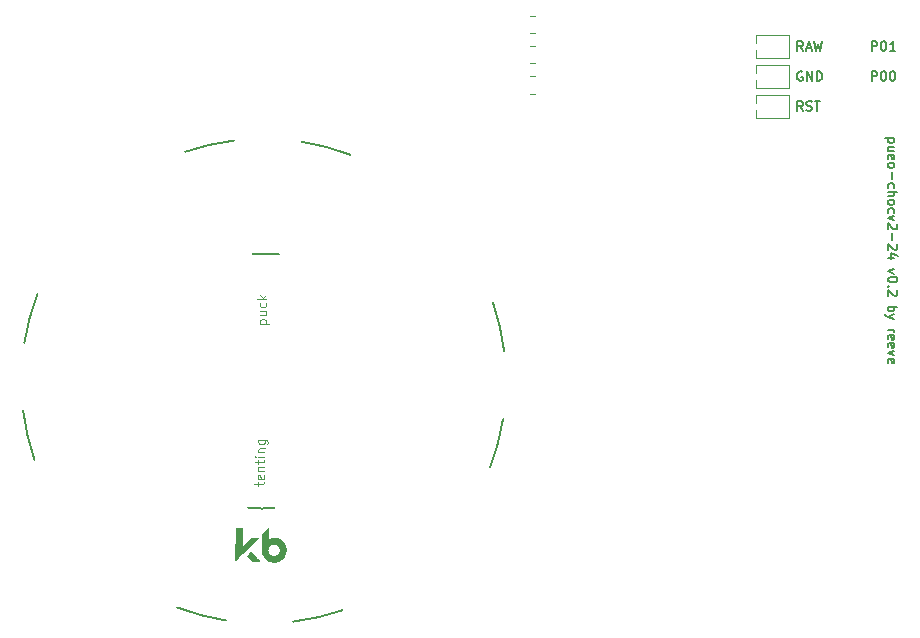
<source format=gbr>
%TF.GenerationSoftware,KiCad,Pcbnew,8.0.6-1.fc41*%
%TF.CreationDate,2024-12-09T10:01:21+11:00*%
%TF.ProjectId,pueo-mx-spaced,7075656f-2d6d-4782-9d73-70616365642e,0.1*%
%TF.SameCoordinates,Original*%
%TF.FileFunction,Legend,Top*%
%TF.FilePolarity,Positive*%
%FSLAX46Y46*%
G04 Gerber Fmt 4.6, Leading zero omitted, Abs format (unit mm)*
G04 Created by KiCad (PCBNEW 8.0.6-1.fc41) date 2024-12-09 10:01:21*
%MOMM*%
%LPD*%
G01*
G04 APERTURE LIST*
%ADD10C,0.150000*%
%ADD11C,0.100000*%
%ADD12C,0.120000*%
%ADD13C,0.200000*%
%ADD14C,0.010000*%
G04 APERTURE END LIST*
D10*
X198614948Y-67889160D02*
X197814948Y-67889160D01*
X198576852Y-67889160D02*
X198614948Y-67965350D01*
X198614948Y-67965350D02*
X198614948Y-68117731D01*
X198614948Y-68117731D02*
X198576852Y-68193922D01*
X198576852Y-68193922D02*
X198538757Y-68232017D01*
X198538757Y-68232017D02*
X198462567Y-68270112D01*
X198462567Y-68270112D02*
X198233995Y-68270112D01*
X198233995Y-68270112D02*
X198157805Y-68232017D01*
X198157805Y-68232017D02*
X198119710Y-68193922D01*
X198119710Y-68193922D02*
X198081614Y-68117731D01*
X198081614Y-68117731D02*
X198081614Y-67965350D01*
X198081614Y-67965350D02*
X198119710Y-67889160D01*
X198614948Y-68955827D02*
X198081614Y-68955827D01*
X198614948Y-68612970D02*
X198195900Y-68612970D01*
X198195900Y-68612970D02*
X198119710Y-68651065D01*
X198119710Y-68651065D02*
X198081614Y-68727255D01*
X198081614Y-68727255D02*
X198081614Y-68841541D01*
X198081614Y-68841541D02*
X198119710Y-68917732D01*
X198119710Y-68917732D02*
X198157805Y-68955827D01*
X198119710Y-69641542D02*
X198081614Y-69565351D01*
X198081614Y-69565351D02*
X198081614Y-69412970D01*
X198081614Y-69412970D02*
X198119710Y-69336780D01*
X198119710Y-69336780D02*
X198195900Y-69298684D01*
X198195900Y-69298684D02*
X198500662Y-69298684D01*
X198500662Y-69298684D02*
X198576852Y-69336780D01*
X198576852Y-69336780D02*
X198614948Y-69412970D01*
X198614948Y-69412970D02*
X198614948Y-69565351D01*
X198614948Y-69565351D02*
X198576852Y-69641542D01*
X198576852Y-69641542D02*
X198500662Y-69679637D01*
X198500662Y-69679637D02*
X198424471Y-69679637D01*
X198424471Y-69679637D02*
X198348281Y-69298684D01*
X198081614Y-70136779D02*
X198119710Y-70060589D01*
X198119710Y-70060589D02*
X198157805Y-70022494D01*
X198157805Y-70022494D02*
X198233995Y-69984398D01*
X198233995Y-69984398D02*
X198462567Y-69984398D01*
X198462567Y-69984398D02*
X198538757Y-70022494D01*
X198538757Y-70022494D02*
X198576852Y-70060589D01*
X198576852Y-70060589D02*
X198614948Y-70136779D01*
X198614948Y-70136779D02*
X198614948Y-70251065D01*
X198614948Y-70251065D02*
X198576852Y-70327256D01*
X198576852Y-70327256D02*
X198538757Y-70365351D01*
X198538757Y-70365351D02*
X198462567Y-70403446D01*
X198462567Y-70403446D02*
X198233995Y-70403446D01*
X198233995Y-70403446D02*
X198157805Y-70365351D01*
X198157805Y-70365351D02*
X198119710Y-70327256D01*
X198119710Y-70327256D02*
X198081614Y-70251065D01*
X198081614Y-70251065D02*
X198081614Y-70136779D01*
X198386376Y-70746304D02*
X198386376Y-71355828D01*
X198119710Y-72079637D02*
X198081614Y-72003446D01*
X198081614Y-72003446D02*
X198081614Y-71851065D01*
X198081614Y-71851065D02*
X198119710Y-71774875D01*
X198119710Y-71774875D02*
X198157805Y-71736780D01*
X198157805Y-71736780D02*
X198233995Y-71698684D01*
X198233995Y-71698684D02*
X198462567Y-71698684D01*
X198462567Y-71698684D02*
X198538757Y-71736780D01*
X198538757Y-71736780D02*
X198576852Y-71774875D01*
X198576852Y-71774875D02*
X198614948Y-71851065D01*
X198614948Y-71851065D02*
X198614948Y-72003446D01*
X198614948Y-72003446D02*
X198576852Y-72079637D01*
X198081614Y-72422494D02*
X198881614Y-72422494D01*
X198081614Y-72765351D02*
X198500662Y-72765351D01*
X198500662Y-72765351D02*
X198576852Y-72727256D01*
X198576852Y-72727256D02*
X198614948Y-72651065D01*
X198614948Y-72651065D02*
X198614948Y-72536779D01*
X198614948Y-72536779D02*
X198576852Y-72460589D01*
X198576852Y-72460589D02*
X198538757Y-72422494D01*
X198081614Y-73260589D02*
X198119710Y-73184399D01*
X198119710Y-73184399D02*
X198157805Y-73146304D01*
X198157805Y-73146304D02*
X198233995Y-73108208D01*
X198233995Y-73108208D02*
X198462567Y-73108208D01*
X198462567Y-73108208D02*
X198538757Y-73146304D01*
X198538757Y-73146304D02*
X198576852Y-73184399D01*
X198576852Y-73184399D02*
X198614948Y-73260589D01*
X198614948Y-73260589D02*
X198614948Y-73374875D01*
X198614948Y-73374875D02*
X198576852Y-73451066D01*
X198576852Y-73451066D02*
X198538757Y-73489161D01*
X198538757Y-73489161D02*
X198462567Y-73527256D01*
X198462567Y-73527256D02*
X198233995Y-73527256D01*
X198233995Y-73527256D02*
X198157805Y-73489161D01*
X198157805Y-73489161D02*
X198119710Y-73451066D01*
X198119710Y-73451066D02*
X198081614Y-73374875D01*
X198081614Y-73374875D02*
X198081614Y-73260589D01*
X198119710Y-74212971D02*
X198081614Y-74136780D01*
X198081614Y-74136780D02*
X198081614Y-73984399D01*
X198081614Y-73984399D02*
X198119710Y-73908209D01*
X198119710Y-73908209D02*
X198157805Y-73870114D01*
X198157805Y-73870114D02*
X198233995Y-73832018D01*
X198233995Y-73832018D02*
X198462567Y-73832018D01*
X198462567Y-73832018D02*
X198538757Y-73870114D01*
X198538757Y-73870114D02*
X198576852Y-73908209D01*
X198576852Y-73908209D02*
X198614948Y-73984399D01*
X198614948Y-73984399D02*
X198614948Y-74136780D01*
X198614948Y-74136780D02*
X198576852Y-74212971D01*
X198614948Y-74479637D02*
X198081614Y-74670113D01*
X198081614Y-74670113D02*
X198614948Y-74860590D01*
X198805424Y-75127256D02*
X198843519Y-75165352D01*
X198843519Y-75165352D02*
X198881614Y-75241542D01*
X198881614Y-75241542D02*
X198881614Y-75432018D01*
X198881614Y-75432018D02*
X198843519Y-75508209D01*
X198843519Y-75508209D02*
X198805424Y-75546304D01*
X198805424Y-75546304D02*
X198729233Y-75584399D01*
X198729233Y-75584399D02*
X198653043Y-75584399D01*
X198653043Y-75584399D02*
X198538757Y-75546304D01*
X198538757Y-75546304D02*
X198081614Y-75089161D01*
X198081614Y-75089161D02*
X198081614Y-75584399D01*
X198386376Y-75927257D02*
X198386376Y-76536781D01*
X198805424Y-76879637D02*
X198843519Y-76917733D01*
X198843519Y-76917733D02*
X198881614Y-76993923D01*
X198881614Y-76993923D02*
X198881614Y-77184399D01*
X198881614Y-77184399D02*
X198843519Y-77260590D01*
X198843519Y-77260590D02*
X198805424Y-77298685D01*
X198805424Y-77298685D02*
X198729233Y-77336780D01*
X198729233Y-77336780D02*
X198653043Y-77336780D01*
X198653043Y-77336780D02*
X198538757Y-77298685D01*
X198538757Y-77298685D02*
X198081614Y-76841542D01*
X198081614Y-76841542D02*
X198081614Y-77336780D01*
X198614948Y-78022495D02*
X198081614Y-78022495D01*
X198919710Y-77832019D02*
X198348281Y-77641542D01*
X198348281Y-77641542D02*
X198348281Y-78136781D01*
X198614948Y-78974876D02*
X198081614Y-79165352D01*
X198081614Y-79165352D02*
X198614948Y-79355829D01*
X198881614Y-79812972D02*
X198881614Y-79889162D01*
X198881614Y-79889162D02*
X198843519Y-79965353D01*
X198843519Y-79965353D02*
X198805424Y-80003448D01*
X198805424Y-80003448D02*
X198729233Y-80041543D01*
X198729233Y-80041543D02*
X198576852Y-80079638D01*
X198576852Y-80079638D02*
X198386376Y-80079638D01*
X198386376Y-80079638D02*
X198233995Y-80041543D01*
X198233995Y-80041543D02*
X198157805Y-80003448D01*
X198157805Y-80003448D02*
X198119710Y-79965353D01*
X198119710Y-79965353D02*
X198081614Y-79889162D01*
X198081614Y-79889162D02*
X198081614Y-79812972D01*
X198081614Y-79812972D02*
X198119710Y-79736781D01*
X198119710Y-79736781D02*
X198157805Y-79698686D01*
X198157805Y-79698686D02*
X198233995Y-79660591D01*
X198233995Y-79660591D02*
X198386376Y-79622495D01*
X198386376Y-79622495D02*
X198576852Y-79622495D01*
X198576852Y-79622495D02*
X198729233Y-79660591D01*
X198729233Y-79660591D02*
X198805424Y-79698686D01*
X198805424Y-79698686D02*
X198843519Y-79736781D01*
X198843519Y-79736781D02*
X198881614Y-79812972D01*
X198157805Y-80422496D02*
X198119710Y-80460591D01*
X198119710Y-80460591D02*
X198081614Y-80422496D01*
X198081614Y-80422496D02*
X198119710Y-80384400D01*
X198119710Y-80384400D02*
X198157805Y-80422496D01*
X198157805Y-80422496D02*
X198081614Y-80422496D01*
X198805424Y-80765352D02*
X198843519Y-80803448D01*
X198843519Y-80803448D02*
X198881614Y-80879638D01*
X198881614Y-80879638D02*
X198881614Y-81070114D01*
X198881614Y-81070114D02*
X198843519Y-81146305D01*
X198843519Y-81146305D02*
X198805424Y-81184400D01*
X198805424Y-81184400D02*
X198729233Y-81222495D01*
X198729233Y-81222495D02*
X198653043Y-81222495D01*
X198653043Y-81222495D02*
X198538757Y-81184400D01*
X198538757Y-81184400D02*
X198081614Y-80727257D01*
X198081614Y-80727257D02*
X198081614Y-81222495D01*
X198081614Y-82174877D02*
X198881614Y-82174877D01*
X198576852Y-82174877D02*
X198614948Y-82251067D01*
X198614948Y-82251067D02*
X198614948Y-82403448D01*
X198614948Y-82403448D02*
X198576852Y-82479639D01*
X198576852Y-82479639D02*
X198538757Y-82517734D01*
X198538757Y-82517734D02*
X198462567Y-82555829D01*
X198462567Y-82555829D02*
X198233995Y-82555829D01*
X198233995Y-82555829D02*
X198157805Y-82517734D01*
X198157805Y-82517734D02*
X198119710Y-82479639D01*
X198119710Y-82479639D02*
X198081614Y-82403448D01*
X198081614Y-82403448D02*
X198081614Y-82251067D01*
X198081614Y-82251067D02*
X198119710Y-82174877D01*
X198614948Y-82822496D02*
X198081614Y-83012972D01*
X198614948Y-83203449D02*
X198081614Y-83012972D01*
X198081614Y-83012972D02*
X197891138Y-82936782D01*
X197891138Y-82936782D02*
X197853043Y-82898687D01*
X197853043Y-82898687D02*
X197814948Y-82822496D01*
X198081614Y-84117735D02*
X198614948Y-84117735D01*
X198462567Y-84117735D02*
X198538757Y-84155830D01*
X198538757Y-84155830D02*
X198576852Y-84193925D01*
X198576852Y-84193925D02*
X198614948Y-84270116D01*
X198614948Y-84270116D02*
X198614948Y-84346306D01*
X198119710Y-84917735D02*
X198081614Y-84841544D01*
X198081614Y-84841544D02*
X198081614Y-84689163D01*
X198081614Y-84689163D02*
X198119710Y-84612973D01*
X198119710Y-84612973D02*
X198195900Y-84574877D01*
X198195900Y-84574877D02*
X198500662Y-84574877D01*
X198500662Y-84574877D02*
X198576852Y-84612973D01*
X198576852Y-84612973D02*
X198614948Y-84689163D01*
X198614948Y-84689163D02*
X198614948Y-84841544D01*
X198614948Y-84841544D02*
X198576852Y-84917735D01*
X198576852Y-84917735D02*
X198500662Y-84955830D01*
X198500662Y-84955830D02*
X198424471Y-84955830D01*
X198424471Y-84955830D02*
X198348281Y-84574877D01*
X198119710Y-85603449D02*
X198081614Y-85527258D01*
X198081614Y-85527258D02*
X198081614Y-85374877D01*
X198081614Y-85374877D02*
X198119710Y-85298687D01*
X198119710Y-85298687D02*
X198195900Y-85260591D01*
X198195900Y-85260591D02*
X198500662Y-85260591D01*
X198500662Y-85260591D02*
X198576852Y-85298687D01*
X198576852Y-85298687D02*
X198614948Y-85374877D01*
X198614948Y-85374877D02*
X198614948Y-85527258D01*
X198614948Y-85527258D02*
X198576852Y-85603449D01*
X198576852Y-85603449D02*
X198500662Y-85641544D01*
X198500662Y-85641544D02*
X198424471Y-85641544D01*
X198424471Y-85641544D02*
X198348281Y-85260591D01*
X198614948Y-85908210D02*
X198081614Y-86098686D01*
X198081614Y-86098686D02*
X198614948Y-86289163D01*
X198119710Y-86898687D02*
X198081614Y-86822496D01*
X198081614Y-86822496D02*
X198081614Y-86670115D01*
X198081614Y-86670115D02*
X198119710Y-86593925D01*
X198119710Y-86593925D02*
X198195900Y-86555829D01*
X198195900Y-86555829D02*
X198500662Y-86555829D01*
X198500662Y-86555829D02*
X198576852Y-86593925D01*
X198576852Y-86593925D02*
X198614948Y-86670115D01*
X198614948Y-86670115D02*
X198614948Y-86822496D01*
X198614948Y-86822496D02*
X198576852Y-86898687D01*
X198576852Y-86898687D02*
X198500662Y-86936782D01*
X198500662Y-86936782D02*
X198424471Y-86936782D01*
X198424471Y-86936782D02*
X198348281Y-86555829D01*
X196720189Y-60500763D02*
X196720189Y-59700763D01*
X196720189Y-59700763D02*
X197024951Y-59700763D01*
X197024951Y-59700763D02*
X197101141Y-59738858D01*
X197101141Y-59738858D02*
X197139236Y-59776953D01*
X197139236Y-59776953D02*
X197177332Y-59853144D01*
X197177332Y-59853144D02*
X197177332Y-59967429D01*
X197177332Y-59967429D02*
X197139236Y-60043620D01*
X197139236Y-60043620D02*
X197101141Y-60081715D01*
X197101141Y-60081715D02*
X197024951Y-60119810D01*
X197024951Y-60119810D02*
X196720189Y-60119810D01*
X197672570Y-59700763D02*
X197748760Y-59700763D01*
X197748760Y-59700763D02*
X197824951Y-59738858D01*
X197824951Y-59738858D02*
X197863046Y-59776953D01*
X197863046Y-59776953D02*
X197901141Y-59853144D01*
X197901141Y-59853144D02*
X197939236Y-60005525D01*
X197939236Y-60005525D02*
X197939236Y-60196001D01*
X197939236Y-60196001D02*
X197901141Y-60348382D01*
X197901141Y-60348382D02*
X197863046Y-60424572D01*
X197863046Y-60424572D02*
X197824951Y-60462668D01*
X197824951Y-60462668D02*
X197748760Y-60500763D01*
X197748760Y-60500763D02*
X197672570Y-60500763D01*
X197672570Y-60500763D02*
X197596379Y-60462668D01*
X197596379Y-60462668D02*
X197558284Y-60424572D01*
X197558284Y-60424572D02*
X197520189Y-60348382D01*
X197520189Y-60348382D02*
X197482093Y-60196001D01*
X197482093Y-60196001D02*
X197482093Y-60005525D01*
X197482093Y-60005525D02*
X197520189Y-59853144D01*
X197520189Y-59853144D02*
X197558284Y-59776953D01*
X197558284Y-59776953D02*
X197596379Y-59738858D01*
X197596379Y-59738858D02*
X197672570Y-59700763D01*
X198701141Y-60500763D02*
X198243998Y-60500763D01*
X198472570Y-60500763D02*
X198472570Y-59700763D01*
X198472570Y-59700763D02*
X198396379Y-59815048D01*
X198396379Y-59815048D02*
X198320189Y-59891239D01*
X198320189Y-59891239D02*
X198243998Y-59929334D01*
X196720189Y-63040763D02*
X196720189Y-62240763D01*
X196720189Y-62240763D02*
X197024951Y-62240763D01*
X197024951Y-62240763D02*
X197101141Y-62278858D01*
X197101141Y-62278858D02*
X197139236Y-62316953D01*
X197139236Y-62316953D02*
X197177332Y-62393144D01*
X197177332Y-62393144D02*
X197177332Y-62507429D01*
X197177332Y-62507429D02*
X197139236Y-62583620D01*
X197139236Y-62583620D02*
X197101141Y-62621715D01*
X197101141Y-62621715D02*
X197024951Y-62659810D01*
X197024951Y-62659810D02*
X196720189Y-62659810D01*
X197672570Y-62240763D02*
X197748760Y-62240763D01*
X197748760Y-62240763D02*
X197824951Y-62278858D01*
X197824951Y-62278858D02*
X197863046Y-62316953D01*
X197863046Y-62316953D02*
X197901141Y-62393144D01*
X197901141Y-62393144D02*
X197939236Y-62545525D01*
X197939236Y-62545525D02*
X197939236Y-62736001D01*
X197939236Y-62736001D02*
X197901141Y-62888382D01*
X197901141Y-62888382D02*
X197863046Y-62964572D01*
X197863046Y-62964572D02*
X197824951Y-63002668D01*
X197824951Y-63002668D02*
X197748760Y-63040763D01*
X197748760Y-63040763D02*
X197672570Y-63040763D01*
X197672570Y-63040763D02*
X197596379Y-63002668D01*
X197596379Y-63002668D02*
X197558284Y-62964572D01*
X197558284Y-62964572D02*
X197520189Y-62888382D01*
X197520189Y-62888382D02*
X197482093Y-62736001D01*
X197482093Y-62736001D02*
X197482093Y-62545525D01*
X197482093Y-62545525D02*
X197520189Y-62393144D01*
X197520189Y-62393144D02*
X197558284Y-62316953D01*
X197558284Y-62316953D02*
X197596379Y-62278858D01*
X197596379Y-62278858D02*
X197672570Y-62240763D01*
X198434475Y-62240763D02*
X198510665Y-62240763D01*
X198510665Y-62240763D02*
X198586856Y-62278858D01*
X198586856Y-62278858D02*
X198624951Y-62316953D01*
X198624951Y-62316953D02*
X198663046Y-62393144D01*
X198663046Y-62393144D02*
X198701141Y-62545525D01*
X198701141Y-62545525D02*
X198701141Y-62736001D01*
X198701141Y-62736001D02*
X198663046Y-62888382D01*
X198663046Y-62888382D02*
X198624951Y-62964572D01*
X198624951Y-62964572D02*
X198586856Y-63002668D01*
X198586856Y-63002668D02*
X198510665Y-63040763D01*
X198510665Y-63040763D02*
X198434475Y-63040763D01*
X198434475Y-63040763D02*
X198358284Y-63002668D01*
X198358284Y-63002668D02*
X198320189Y-62964572D01*
X198320189Y-62964572D02*
X198282094Y-62888382D01*
X198282094Y-62888382D02*
X198243998Y-62736001D01*
X198243998Y-62736001D02*
X198243998Y-62545525D01*
X198243998Y-62545525D02*
X198282094Y-62393144D01*
X198282094Y-62393144D02*
X198320189Y-62316953D01*
X198320189Y-62316953D02*
X198358284Y-62278858D01*
X198358284Y-62278858D02*
X198434475Y-62240763D01*
X190878522Y-65580764D02*
X190611855Y-65199811D01*
X190421379Y-65580764D02*
X190421379Y-64780764D01*
X190421379Y-64780764D02*
X190726141Y-64780764D01*
X190726141Y-64780764D02*
X190802331Y-64818859D01*
X190802331Y-64818859D02*
X190840426Y-64856954D01*
X190840426Y-64856954D02*
X190878522Y-64933145D01*
X190878522Y-64933145D02*
X190878522Y-65047430D01*
X190878522Y-65047430D02*
X190840426Y-65123621D01*
X190840426Y-65123621D02*
X190802331Y-65161716D01*
X190802331Y-65161716D02*
X190726141Y-65199811D01*
X190726141Y-65199811D02*
X190421379Y-65199811D01*
X191183283Y-65542669D02*
X191297569Y-65580764D01*
X191297569Y-65580764D02*
X191488045Y-65580764D01*
X191488045Y-65580764D02*
X191564236Y-65542669D01*
X191564236Y-65542669D02*
X191602331Y-65504573D01*
X191602331Y-65504573D02*
X191640426Y-65428383D01*
X191640426Y-65428383D02*
X191640426Y-65352192D01*
X191640426Y-65352192D02*
X191602331Y-65276002D01*
X191602331Y-65276002D02*
X191564236Y-65237907D01*
X191564236Y-65237907D02*
X191488045Y-65199811D01*
X191488045Y-65199811D02*
X191335664Y-65161716D01*
X191335664Y-65161716D02*
X191259474Y-65123621D01*
X191259474Y-65123621D02*
X191221379Y-65085526D01*
X191221379Y-65085526D02*
X191183283Y-65009335D01*
X191183283Y-65009335D02*
X191183283Y-64933145D01*
X191183283Y-64933145D02*
X191221379Y-64856954D01*
X191221379Y-64856954D02*
X191259474Y-64818859D01*
X191259474Y-64818859D02*
X191335664Y-64780764D01*
X191335664Y-64780764D02*
X191526141Y-64780764D01*
X191526141Y-64780764D02*
X191640426Y-64818859D01*
X191868998Y-64780764D02*
X192326141Y-64780764D01*
X192097569Y-65580764D02*
X192097569Y-64780764D01*
X190878522Y-60500762D02*
X190611855Y-60119809D01*
X190421379Y-60500762D02*
X190421379Y-59700762D01*
X190421379Y-59700762D02*
X190726141Y-59700762D01*
X190726141Y-59700762D02*
X190802331Y-59738857D01*
X190802331Y-59738857D02*
X190840426Y-59776952D01*
X190840426Y-59776952D02*
X190878522Y-59853143D01*
X190878522Y-59853143D02*
X190878522Y-59967428D01*
X190878522Y-59967428D02*
X190840426Y-60043619D01*
X190840426Y-60043619D02*
X190802331Y-60081714D01*
X190802331Y-60081714D02*
X190726141Y-60119809D01*
X190726141Y-60119809D02*
X190421379Y-60119809D01*
X191183283Y-60272190D02*
X191564236Y-60272190D01*
X191107093Y-60500762D02*
X191373760Y-59700762D01*
X191373760Y-59700762D02*
X191640426Y-60500762D01*
X191830902Y-59700762D02*
X192021378Y-60500762D01*
X192021378Y-60500762D02*
X192173759Y-59929333D01*
X192173759Y-59929333D02*
X192326140Y-60500762D01*
X192326140Y-60500762D02*
X192516617Y-59700762D01*
X190821378Y-62278856D02*
X190745188Y-62240761D01*
X190745188Y-62240761D02*
X190630902Y-62240761D01*
X190630902Y-62240761D02*
X190516616Y-62278856D01*
X190516616Y-62278856D02*
X190440426Y-62355046D01*
X190440426Y-62355046D02*
X190402331Y-62431237D01*
X190402331Y-62431237D02*
X190364235Y-62583618D01*
X190364235Y-62583618D02*
X190364235Y-62697904D01*
X190364235Y-62697904D02*
X190402331Y-62850285D01*
X190402331Y-62850285D02*
X190440426Y-62926475D01*
X190440426Y-62926475D02*
X190516616Y-63002666D01*
X190516616Y-63002666D02*
X190630902Y-63040761D01*
X190630902Y-63040761D02*
X190707093Y-63040761D01*
X190707093Y-63040761D02*
X190821378Y-63002666D01*
X190821378Y-63002666D02*
X190859474Y-62964570D01*
X190859474Y-62964570D02*
X190859474Y-62697904D01*
X190859474Y-62697904D02*
X190707093Y-62697904D01*
X191202331Y-63040761D02*
X191202331Y-62240761D01*
X191202331Y-62240761D02*
X191659474Y-63040761D01*
X191659474Y-63040761D02*
X191659474Y-62240761D01*
X192040426Y-63040761D02*
X192040426Y-62240761D01*
X192040426Y-62240761D02*
X192230902Y-62240761D01*
X192230902Y-62240761D02*
X192345188Y-62278856D01*
X192345188Y-62278856D02*
X192421378Y-62355046D01*
X192421378Y-62355046D02*
X192459473Y-62431237D01*
X192459473Y-62431237D02*
X192497569Y-62583618D01*
X192497569Y-62583618D02*
X192497569Y-62697904D01*
X192497569Y-62697904D02*
X192459473Y-62850285D01*
X192459473Y-62850285D02*
X192421378Y-62926475D01*
X192421378Y-62926475D02*
X192345188Y-63002666D01*
X192345188Y-63002666D02*
X192230902Y-63040761D01*
X192230902Y-63040761D02*
X192040426Y-63040761D01*
D11*
X144710606Y-97311756D02*
X144715925Y-97007040D01*
X144445975Y-97192833D02*
X145131585Y-97204801D01*
X145131585Y-97204801D02*
X145208428Y-97168041D01*
X145208428Y-97168041D02*
X145247847Y-97092527D01*
X145247847Y-97092527D02*
X145249177Y-97016348D01*
X145221061Y-96444342D02*
X145257820Y-96521185D01*
X145257820Y-96521185D02*
X145255161Y-96673543D01*
X145255161Y-96673543D02*
X145215742Y-96749057D01*
X145215742Y-96749057D02*
X145138898Y-96785817D01*
X145138898Y-96785817D02*
X144834182Y-96780498D01*
X144834182Y-96780498D02*
X144758668Y-96741079D01*
X144758668Y-96741079D02*
X144721909Y-96664235D01*
X144721909Y-96664235D02*
X144724568Y-96511877D01*
X144724568Y-96511877D02*
X144763987Y-96436363D01*
X144763987Y-96436363D02*
X144840831Y-96399604D01*
X144840831Y-96399604D02*
X144917010Y-96400933D01*
X144917010Y-96400933D02*
X144986540Y-96783157D01*
X144732546Y-96054805D02*
X145265799Y-96064112D01*
X144808725Y-96056134D02*
X144771301Y-96017380D01*
X144771301Y-96017380D02*
X144734541Y-95940536D01*
X144734541Y-95940536D02*
X144736536Y-95826268D01*
X144736536Y-95826268D02*
X144775955Y-95750754D01*
X144775955Y-95750754D02*
X144852798Y-95713994D01*
X144852798Y-95713994D02*
X145271782Y-95721308D01*
X144743184Y-95445373D02*
X144748503Y-95140658D01*
X144478553Y-95326451D02*
X145164162Y-95338418D01*
X145164162Y-95338418D02*
X145241006Y-95301658D01*
X145241006Y-95301658D02*
X145280425Y-95226144D01*
X145280425Y-95226144D02*
X145281755Y-95149966D01*
X145286409Y-94883339D02*
X144753157Y-94874031D01*
X144486531Y-94869377D02*
X144523955Y-94908132D01*
X144523955Y-94908132D02*
X144562710Y-94870707D01*
X144562710Y-94870707D02*
X144525285Y-94831953D01*
X144525285Y-94831953D02*
X144486531Y-94869377D01*
X144486531Y-94869377D02*
X144562710Y-94870707D01*
X144759805Y-94493137D02*
X145293058Y-94502445D01*
X144835984Y-94494467D02*
X144798560Y-94455713D01*
X144798560Y-94455713D02*
X144761800Y-94378869D01*
X144761800Y-94378869D02*
X144763795Y-94264601D01*
X144763795Y-94264601D02*
X144803214Y-94189087D01*
X144803214Y-94189087D02*
X144880057Y-94152327D01*
X144880057Y-94152327D02*
X145299041Y-94159640D01*
X144778421Y-93426633D02*
X145425942Y-93437935D01*
X145425942Y-93437935D02*
X145501456Y-93477354D01*
X145501456Y-93477354D02*
X145538880Y-93516109D01*
X145538880Y-93516109D02*
X145575640Y-93592952D01*
X145575640Y-93592952D02*
X145573645Y-93707221D01*
X145573645Y-93707221D02*
X145534226Y-93782735D01*
X145273584Y-93435276D02*
X145310344Y-93512120D01*
X145310344Y-93512120D02*
X145307684Y-93664477D01*
X145307684Y-93664477D02*
X145268265Y-93739991D01*
X145268265Y-93739991D02*
X145229511Y-93777416D01*
X145229511Y-93777416D02*
X145152667Y-93814176D01*
X145152667Y-93814176D02*
X144924131Y-93810186D01*
X144924131Y-93810186D02*
X144848617Y-93770767D01*
X144848617Y-93770767D02*
X144811192Y-93732013D01*
X144811192Y-93732013D02*
X144774432Y-93655169D01*
X144774432Y-93655169D02*
X144777092Y-93502812D01*
X144777092Y-93502812D02*
X144816511Y-93427298D01*
X144886048Y-83622228D02*
X145685926Y-83636190D01*
X144924138Y-83622893D02*
X144887378Y-83546049D01*
X144887378Y-83546049D02*
X144890037Y-83393691D01*
X144890037Y-83393691D02*
X144929456Y-83318177D01*
X144929456Y-83318177D02*
X144968211Y-83280753D01*
X144968211Y-83280753D02*
X145045054Y-83243993D01*
X145045054Y-83243993D02*
X145273591Y-83247982D01*
X145273591Y-83247982D02*
X145349105Y-83287401D01*
X145349105Y-83287401D02*
X145386530Y-83326156D01*
X145386530Y-83326156D02*
X145423289Y-83402999D01*
X145423289Y-83402999D02*
X145420630Y-83555357D01*
X145420630Y-83555357D02*
X145381211Y-83630871D01*
X144904664Y-82555723D02*
X145437916Y-82565031D01*
X144898680Y-82898528D02*
X145317664Y-82905842D01*
X145317664Y-82905842D02*
X145394508Y-82869082D01*
X145394508Y-82869082D02*
X145433927Y-82793568D01*
X145433927Y-82793568D02*
X145435922Y-82679299D01*
X145435922Y-82679299D02*
X145399162Y-82602456D01*
X145399162Y-82602456D02*
X145361737Y-82563701D01*
X145412459Y-81840667D02*
X145449219Y-81917510D01*
X145449219Y-81917510D02*
X145446559Y-82069868D01*
X145446559Y-82069868D02*
X145407140Y-82145382D01*
X145407140Y-82145382D02*
X145368386Y-82182807D01*
X145368386Y-82182807D02*
X145291542Y-82219566D01*
X145291542Y-82219566D02*
X145063006Y-82215577D01*
X145063006Y-82215577D02*
X144987491Y-82176158D01*
X144987491Y-82176158D02*
X144950067Y-82137404D01*
X144950067Y-82137404D02*
X144913307Y-82060560D01*
X144913307Y-82060560D02*
X144915967Y-81908202D01*
X144915967Y-81908202D02*
X144955386Y-81832688D01*
X145456532Y-81498527D02*
X144656654Y-81484565D01*
X145153146Y-81417029D02*
X145461851Y-81193811D01*
X144928599Y-81184503D02*
X145227995Y-81494538D01*
D12*
%TO.C,REF\u002A\u002A*%
X167754215Y-57519488D02*
X168208341Y-57519488D01*
X167754215Y-58989488D02*
X168208341Y-58989488D01*
X167754215Y-60082944D02*
X168208341Y-60082944D01*
X167754215Y-61552944D02*
X168208341Y-61552944D01*
%TO.C,MCU1*%
X186891616Y-62358468D02*
X186891618Y-61678468D01*
X186891617Y-59808467D02*
X186891618Y-59138468D01*
X186891617Y-61138469D02*
X186891617Y-60458467D01*
X186891618Y-59138468D02*
X189691618Y-59138468D01*
X186891618Y-61678468D02*
X189691618Y-61678468D01*
X186891618Y-63678468D02*
X186891619Y-63008469D01*
X186891618Y-64883467D02*
X186891619Y-64218468D01*
X186891618Y-66218468D02*
X186891617Y-65533468D01*
X186891619Y-64218468D02*
X189691616Y-64218467D01*
X189691616Y-63678468D02*
X186891618Y-63678468D01*
X189691616Y-64218467D02*
X189691618Y-66218468D01*
X189691618Y-59138468D02*
X189691618Y-61138467D01*
X189691618Y-61138467D02*
X186891617Y-61138469D01*
X189691618Y-61678468D02*
X189691616Y-63678468D01*
X189691618Y-66218468D02*
X186891618Y-66218468D01*
%TO.C,REF\u002A\u002A*%
X167754216Y-62669489D02*
X168208342Y-62669489D01*
X167754216Y-64139489D02*
X168208342Y-64139489D01*
D13*
X124957050Y-85249668D02*
G75*
G02*
X126063196Y-81117796I20267035J-3211699D01*
G01*
X125818582Y-95131757D02*
G75*
G02*
X124857316Y-90963797I19405603J6670388D01*
G01*
X138553694Y-69055864D02*
G75*
G02*
X142721654Y-68094592I6670456J-19405784D01*
G01*
X142012386Y-108728402D02*
G75*
G02*
X137880517Y-107622258I3211676J20266966D01*
G01*
X144283240Y-77707445D02*
G75*
G02*
X145412484Y-77668012I940820J-10753478D01*
G01*
X145035686Y-99254722D02*
G75*
G02*
X143908507Y-99175902I188388J10793201D01*
G01*
X145412484Y-77668012D02*
G75*
G02*
X146539663Y-77746832I-188397J-10793255D01*
G01*
X146164930Y-99215289D02*
G75*
G02*
X145035686Y-99254722I-940795J10752751D01*
G01*
X148435784Y-68194332D02*
G75*
G02*
X152567656Y-69300476I-3211700J-20267060D01*
G01*
X151894475Y-107866870D02*
G75*
G02*
X147726516Y-108828142I-6670493J19405922D01*
G01*
X164629589Y-81790979D02*
G75*
G02*
X165590860Y-85958936I-19406033J-6670515D01*
G01*
X165491120Y-91673066D02*
G75*
G02*
X164384976Y-95804935I-20266965J3211678D01*
G01*
D14*
X143380326Y-100879389D02*
X143351814Y-102512698D01*
X144168648Y-101724135D01*
X144456919Y-101732261D01*
X144745186Y-101740385D01*
X143883082Y-102585606D01*
X143763084Y-102703253D01*
X143646270Y-102817779D01*
X143533876Y-102927976D01*
X143427141Y-103032620D01*
X143327302Y-103130505D01*
X143235607Y-103220411D01*
X143153286Y-103301124D01*
X143081582Y-103371428D01*
X143021733Y-103430109D01*
X142974979Y-103475954D01*
X142942558Y-103507745D01*
X142928536Y-103521502D01*
X142836094Y-103612175D01*
X142883940Y-100870727D01*
X143380326Y-100879389D01*
G36*
X143380326Y-100879389D02*
G01*
X143351814Y-102512698D01*
X144168648Y-101724135D01*
X144456919Y-101732261D01*
X144745186Y-101740385D01*
X143883082Y-102585606D01*
X143763084Y-102703253D01*
X143646270Y-102817779D01*
X143533876Y-102927976D01*
X143427141Y-103032620D01*
X143327302Y-103130505D01*
X143235607Y-103220411D01*
X143153286Y-103301124D01*
X143081582Y-103371428D01*
X143021733Y-103430109D01*
X142974979Y-103475954D01*
X142942558Y-103507745D01*
X142928536Y-103521502D01*
X142836094Y-103612175D01*
X142883940Y-100870727D01*
X143380326Y-100879389D01*
G37*
X144151377Y-102933249D02*
X144173679Y-102956503D01*
X144207534Y-102992631D01*
X144250989Y-103039486D01*
X144302098Y-103094935D01*
X144358903Y-103156831D01*
X144419457Y-103223033D01*
X144481806Y-103291400D01*
X144543997Y-103359794D01*
X144604079Y-103426073D01*
X144660103Y-103488094D01*
X144710110Y-103543717D01*
X144752154Y-103590805D01*
X144784283Y-103627210D01*
X144804544Y-103650795D01*
X144806788Y-103653526D01*
X144834494Y-103687651D01*
X144214577Y-103676834D01*
X144044328Y-103497763D01*
X143991549Y-103442089D01*
X143942170Y-103389706D01*
X143899152Y-103343770D01*
X143865436Y-103307428D01*
X143843976Y-103283843D01*
X143840858Y-103280295D01*
X143807641Y-103241896D01*
X143971472Y-103083386D01*
X144022034Y-103034805D01*
X144067010Y-102992260D01*
X144103758Y-102958183D01*
X144129646Y-102935011D01*
X144142052Y-102925178D01*
X144142584Y-102925006D01*
X144151377Y-102933249D01*
G36*
X144151377Y-102933249D02*
G01*
X144173679Y-102956503D01*
X144207534Y-102992631D01*
X144250989Y-103039486D01*
X144302098Y-103094935D01*
X144358903Y-103156831D01*
X144419457Y-103223033D01*
X144481806Y-103291400D01*
X144543997Y-103359794D01*
X144604079Y-103426073D01*
X144660103Y-103488094D01*
X144710110Y-103543717D01*
X144752154Y-103590805D01*
X144784283Y-103627210D01*
X144804544Y-103650795D01*
X144806788Y-103653526D01*
X144834494Y-103687651D01*
X144214577Y-103676834D01*
X144044328Y-103497763D01*
X143991549Y-103442089D01*
X143942170Y-103389706D01*
X143899152Y-103343770D01*
X143865436Y-103307428D01*
X143843976Y-103283843D01*
X143840858Y-103280295D01*
X143807641Y-103241896D01*
X143971472Y-103083386D01*
X144022034Y-103034805D01*
X144067010Y-102992260D01*
X144103758Y-102958183D01*
X144129646Y-102935011D01*
X144142052Y-102925178D01*
X144142584Y-102925006D01*
X144151377Y-102933249D01*
G37*
X145576316Y-101417136D02*
X145574682Y-101521366D01*
X145573483Y-101618110D01*
X145572715Y-101704990D01*
X145572389Y-101779656D01*
X145572508Y-101839744D01*
X145573082Y-101882882D01*
X145574117Y-101906713D01*
X145574951Y-101910758D01*
X145587493Y-101904660D01*
X145612621Y-101888755D01*
X145637064Y-101871980D01*
X145752965Y-101803267D01*
X145876020Y-101756303D01*
X146006865Y-101730907D01*
X146146159Y-101726897D01*
X146163956Y-101727878D01*
X146253463Y-101735993D01*
X146329725Y-101749264D01*
X146401025Y-101770002D01*
X146475641Y-101800524D01*
X146544913Y-101834379D01*
X146671512Y-101911909D01*
X146782811Y-102005829D01*
X146877822Y-102114494D01*
X146955568Y-102236190D01*
X147015064Y-102369238D01*
X147055334Y-102511934D01*
X147075389Y-102662583D01*
X147077384Y-102752302D01*
X147064434Y-102904578D01*
X147030559Y-103048573D01*
X146974990Y-103186859D01*
X146915879Y-103292763D01*
X146828082Y-103411542D01*
X146724652Y-103514601D01*
X146607797Y-103600897D01*
X146479706Y-103669387D01*
X146342584Y-103719023D01*
X146198623Y-103748767D01*
X146050041Y-103757576D01*
X145949873Y-103751329D01*
X145805721Y-103723942D01*
X145665983Y-103675221D01*
X145533982Y-103606927D01*
X145413045Y-103520806D01*
X145306509Y-103418603D01*
X145298271Y-103409294D01*
X145218967Y-103303774D01*
X145151349Y-103184396D01*
X145098390Y-103057588D01*
X145063065Y-102929784D01*
X145055004Y-102883195D01*
X145052884Y-102854758D01*
X145051411Y-102804653D01*
X145050927Y-102762965D01*
X145547088Y-102762965D01*
X145555955Y-102860681D01*
X145584743Y-102955218D01*
X145612446Y-103009854D01*
X145677828Y-103099293D01*
X145756061Y-103171544D01*
X145844564Y-103225603D01*
X145940756Y-103260408D01*
X146042059Y-103274972D01*
X146145892Y-103268263D01*
X146219046Y-103250248D01*
X146262317Y-103234914D01*
X146303521Y-103218270D01*
X146319821Y-103210779D01*
X146365638Y-103180569D01*
X146415760Y-103135242D01*
X146464778Y-103080635D01*
X146507285Y-103022580D01*
X146529436Y-102984627D01*
X146550384Y-102940740D01*
X146563704Y-102902360D01*
X146571792Y-102860210D01*
X146577085Y-102804991D01*
X146577454Y-102799697D01*
X146575959Y-102692410D01*
X146554815Y-102594136D01*
X146512797Y-102499949D01*
X146495529Y-102471130D01*
X146432357Y-102392111D01*
X146354639Y-102328576D01*
X146265807Y-102281520D01*
X146169312Y-102251954D01*
X146068581Y-102240874D01*
X145967070Y-102249287D01*
X145868205Y-102278191D01*
X145854095Y-102284229D01*
X145765233Y-102335636D01*
X145690062Y-102402550D01*
X145629626Y-102481853D01*
X145584960Y-102570435D01*
X145557100Y-102665174D01*
X145547088Y-102762965D01*
X145050927Y-102762965D01*
X145050826Y-102754301D01*
X145050590Y-102734291D01*
X145050407Y-102645083D01*
X145050868Y-102538448D01*
X145051962Y-102415791D01*
X145053693Y-102278532D01*
X145056059Y-102128074D01*
X145056263Y-102116342D01*
X145068246Y-101424730D01*
X145584775Y-100923642D01*
X145576316Y-101417136D01*
G36*
X145576316Y-101417136D02*
G01*
X145574682Y-101521366D01*
X145573483Y-101618110D01*
X145572715Y-101704990D01*
X145572389Y-101779656D01*
X145572508Y-101839744D01*
X145573082Y-101882882D01*
X145574117Y-101906713D01*
X145574951Y-101910758D01*
X145587493Y-101904660D01*
X145612621Y-101888755D01*
X145637064Y-101871980D01*
X145752965Y-101803267D01*
X145876020Y-101756303D01*
X146006865Y-101730907D01*
X146146159Y-101726897D01*
X146163956Y-101727878D01*
X146253463Y-101735993D01*
X146329725Y-101749264D01*
X146401025Y-101770002D01*
X146475641Y-101800524D01*
X146544913Y-101834379D01*
X146671512Y-101911909D01*
X146782811Y-102005829D01*
X146877822Y-102114494D01*
X146955568Y-102236190D01*
X147015064Y-102369238D01*
X147055334Y-102511934D01*
X147075389Y-102662583D01*
X147077384Y-102752302D01*
X147064434Y-102904578D01*
X147030559Y-103048573D01*
X146974990Y-103186859D01*
X146915879Y-103292763D01*
X146828082Y-103411542D01*
X146724652Y-103514601D01*
X146607797Y-103600897D01*
X146479706Y-103669387D01*
X146342584Y-103719023D01*
X146198623Y-103748767D01*
X146050041Y-103757576D01*
X145949873Y-103751329D01*
X145805721Y-103723942D01*
X145665983Y-103675221D01*
X145533982Y-103606927D01*
X145413045Y-103520806D01*
X145306509Y-103418603D01*
X145298271Y-103409294D01*
X145218967Y-103303774D01*
X145151349Y-103184396D01*
X145098390Y-103057588D01*
X145063065Y-102929784D01*
X145055004Y-102883195D01*
X145052884Y-102854758D01*
X145051411Y-102804653D01*
X145050927Y-102762965D01*
X145547088Y-102762965D01*
X145555955Y-102860681D01*
X145584743Y-102955218D01*
X145612446Y-103009854D01*
X145677828Y-103099293D01*
X145756061Y-103171544D01*
X145844564Y-103225603D01*
X145940756Y-103260408D01*
X146042059Y-103274972D01*
X146145892Y-103268263D01*
X146219046Y-103250248D01*
X146262317Y-103234914D01*
X146303521Y-103218270D01*
X146319821Y-103210779D01*
X146365638Y-103180569D01*
X146415760Y-103135242D01*
X146464778Y-103080635D01*
X146507285Y-103022580D01*
X146529436Y-102984627D01*
X146550384Y-102940740D01*
X146563704Y-102902360D01*
X146571792Y-102860210D01*
X146577085Y-102804991D01*
X146577454Y-102799697D01*
X146575959Y-102692410D01*
X146554815Y-102594136D01*
X146512797Y-102499949D01*
X146495529Y-102471130D01*
X146432357Y-102392111D01*
X146354639Y-102328576D01*
X146265807Y-102281520D01*
X146169312Y-102251954D01*
X146068581Y-102240874D01*
X145967070Y-102249287D01*
X145868205Y-102278191D01*
X145854095Y-102284229D01*
X145765233Y-102335636D01*
X145690062Y-102402550D01*
X145629626Y-102481853D01*
X145584960Y-102570435D01*
X145557100Y-102665174D01*
X145547088Y-102762965D01*
X145050927Y-102762965D01*
X145050826Y-102754301D01*
X145050590Y-102734291D01*
X145050407Y-102645083D01*
X145050868Y-102538448D01*
X145051962Y-102415791D01*
X145053693Y-102278532D01*
X145056059Y-102128074D01*
X145056263Y-102116342D01*
X145068246Y-101424730D01*
X145584775Y-100923642D01*
X145576316Y-101417136D01*
G37*
%TD*%
M02*

</source>
